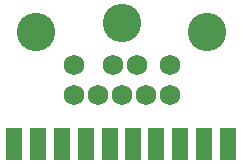
<source format=gts>
G04 #@! TF.FileFunction,Soldermask,Top*
%FSLAX46Y46*%
G04 Gerber Fmt 4.6, Leading zero omitted, Abs format (unit mm)*
G04 Created by KiCad (PCBNEW 4.0.2+dfsg1-stable) date Tue 04 Sep 2018 12:45:05 PM EDT*
%MOMM*%
G01*
G04 APERTURE LIST*
%ADD10C,0.100000*%
%ADD11C,1.727200*%
%ADD12C,3.251200*%
%ADD13R,1.473200X2.743200*%
G04 APERTURE END LIST*
D10*
D11*
X149542500Y-96266000D03*
X147510500Y-96266000D03*
X145478500Y-96266000D03*
X151574500Y-96266000D03*
X153606500Y-96266000D03*
X153606500Y-93726000D03*
X145478500Y-93726000D03*
X150812500Y-93726000D03*
X148780500Y-93726000D03*
D12*
X149542500Y-90170000D03*
X142303500Y-90932000D03*
X156781500Y-90932000D03*
D13*
X144526000Y-100393500D03*
X146558000Y-100393500D03*
X142494000Y-100393500D03*
X150495000Y-100393500D03*
X148590000Y-100393500D03*
X156527500Y-100393500D03*
X154495500Y-100393500D03*
X152463500Y-100393500D03*
X140462000Y-100393500D03*
X158559500Y-100393500D03*
M02*

</source>
